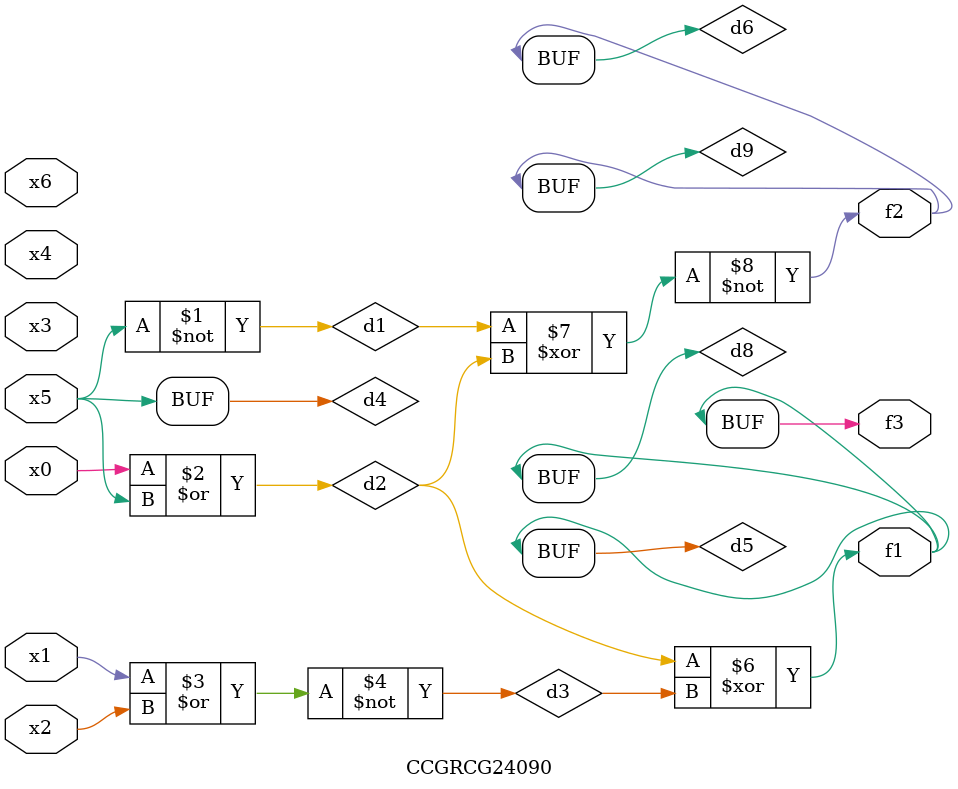
<source format=v>
module CCGRCG24090(
	input x0, x1, x2, x3, x4, x5, x6,
	output f1, f2, f3
);

	wire d1, d2, d3, d4, d5, d6, d7, d8, d9;

	nand (d1, x5);
	or (d2, x0, x5);
	nor (d3, x1, x2);
	xnor (d4, d1);
	xor (d5, d2, d3);
	xnor (d6, d1, d2);
	not (d7, x4);
	buf (d8, d5);
	xor (d9, d6);
	assign f1 = d8;
	assign f2 = d9;
	assign f3 = d8;
endmodule

</source>
